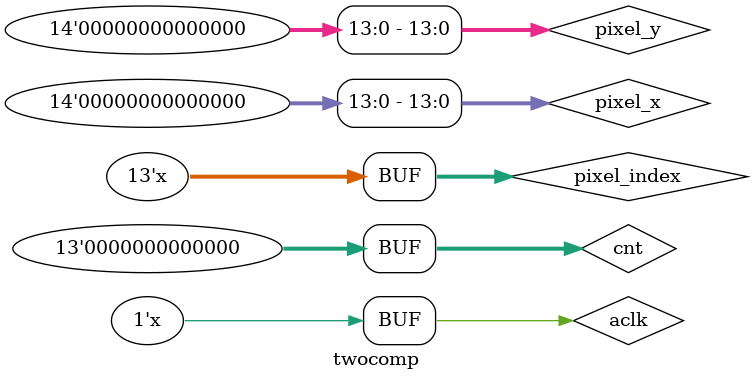
<source format=v>
`timescale 1ns / 1ps

module twocomp();
    parameter FW = 14;
    reg aclk = 0;
    reg [12:0] cnt = 0;

    // CORDIC
    // reg s_tvalid = 1;
    // reg [15:0] s_tdata = 16'h2000;
    // wire m_tvalid;
    // wire [31:0] m_tdata;
    // wire [15:0] sin, cos;
    // cordic_0 your_instance_name (
    //     .aclk(aclk),                                // input wire aclk
    //     .s_axis_phase_tvalid(s_tvalid),  // input wire s_axis_phase_tvalid
    //     .s_axis_phase_tdata(s_tdata),    // input wire [15 : 0] s_axis_phase_tdata
    //     .m_axis_dout_tvalid(m_tvalid),    // output wire m_axis_dout_tvalid
    //     .m_axis_dout_tdata(m_tdata)      // output wire [31 : 0] m_axis_dout_tdata
    // );
    // assign cos = m_tdata[31:16];
    // assign sin = m_tdata[15:0];

    // pixels
    reg [12:0] pixel_index = 0;
    parameter offset_x = 48;
    parameter offset_y = 32;
    wire signed [22:0] pixel_x;
    wire signed [22:0] pixel_y;
    Index_To_XY index_to_xy(.pixel_index(pixel_index));
    assign pixel_x = (index_to_xy.pixel_x - offset_x) << FW;
    assign pixel_y = (index_to_xy.pixel_y - offset_y) << FW;

    wire in_arc1, in_arc2, in_arc3;
    Oled_In_Arc arc1(.clock(aclk), .on(1), .thickness(2), .radius(5), .pixel_x(pixel_x), .pixel_y(pixel_y), .inside(in_arc1), .omega(11'b01010000000));
    // Oled_In_Arc arc2(.on(1), .thickness(2), .radius(10), .pixel_x(rotated_x), .pixel_y(rotated_y), .inside(in_arc2));
    // Oled_In_Arc arc3(.on(1), .thickness(2), .radius(15), .pixel_x(rotated_x), .pixel_y(rotated_y), .inside(in_arc3));
    // Oled_In_Circle arc1(.on(1), .thickness(2), .radius(5), .pixel_x(pixel_x), .pixel_y(pixel_y), .inside(in_arc1));

    // wire[15:0] out_oled_data;
    // Oled_Pulse pulse(.clock(aclk), .on(1), .pixel_index(pixel_index), .in_oled_data(0), .out_oled_data(out_oled_data));

    always begin
        #1;
        pixel_index <= pixel_index + 1;
        aclk <= ~aclk;
    end

endmodule
</source>
